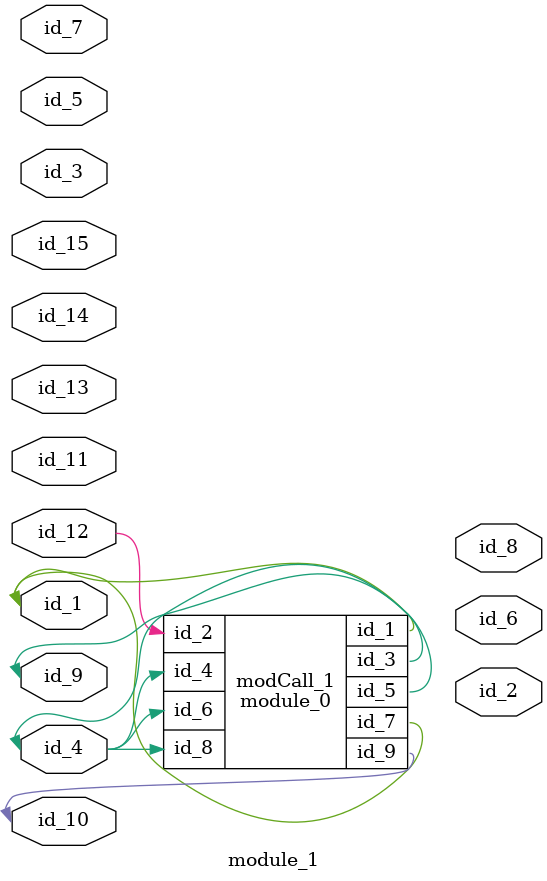
<source format=v>
module module_0 (
    id_1,
    id_2,
    id_3,
    id_4,
    id_5,
    id_6,
    id_7,
    id_8,
    id_9
);
  output wire id_9;
  input wire id_8;
  output wire id_7;
  input wire id_6;
  output wire id_5;
  input wire id_4;
  output wire id_3;
  input wire id_2;
  inout wire id_1;
  wire id_10;
endmodule
module module_1 (
    id_1,
    id_2,
    id_3,
    id_4,
    id_5,
    id_6,
    id_7,
    id_8,
    id_9,
    id_10,
    id_11,
    id_12,
    id_13,
    id_14,
    id_15
);
  input wire id_15;
  module_0 modCall_1 (
      id_1,
      id_12,
      id_4,
      id_4,
      id_9,
      id_4,
      id_1,
      id_4,
      id_10
  );
  inout wire id_14;
  input wire id_13;
  input wire id_12;
  inout wire id_11;
  inout wire id_10;
  inout wire id_9;
  output wire id_8;
  input wire id_7;
  output wire id_6;
  input wire id_5;
  inout wire id_4;
  inout wire id_3;
  output wire id_2;
  inout wire id_1;
endmodule

</source>
